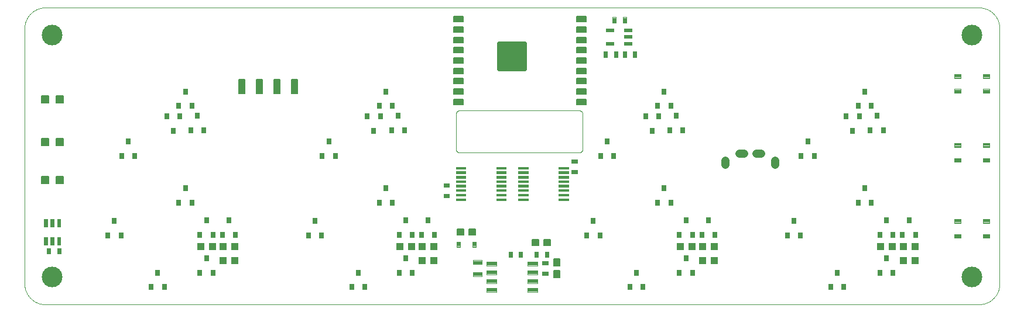
<source format=gtp>
G75*
%MOIN*%
%OFA0B0*%
%FSLAX25Y25*%
%IPPOS*%
%LPD*%
%AMOC8*
5,1,8,0,0,1.08239X$1,22.5*
%
%ADD10C,0.00197*%
%ADD11C,0.11811*%
%ADD12C,0.00210*%
%ADD13C,0.00354*%
%ADD14R,0.04331X0.03937*%
%ADD15R,0.03150X0.03543*%
%ADD16C,0.00531*%
%ADD17C,0.02569*%
%ADD18C,0.00390*%
%ADD19C,0.00325*%
%ADD20C,0.00709*%
%ADD21C,0.00413*%
%ADD22C,0.00591*%
%ADD23C,0.00372*%
%ADD24C,0.00384*%
%ADD25C,0.04724*%
%ADD26R,0.04724X0.02165*%
D10*
X0036217Y0015280D02*
X0567713Y0015280D01*
X0567998Y0015283D01*
X0568284Y0015294D01*
X0568569Y0015311D01*
X0568853Y0015335D01*
X0569137Y0015366D01*
X0569420Y0015404D01*
X0569701Y0015449D01*
X0569982Y0015500D01*
X0570262Y0015558D01*
X0570540Y0015623D01*
X0570816Y0015695D01*
X0571090Y0015773D01*
X0571363Y0015858D01*
X0571633Y0015950D01*
X0571901Y0016048D01*
X0572167Y0016152D01*
X0572430Y0016263D01*
X0572690Y0016380D01*
X0572948Y0016503D01*
X0573202Y0016633D01*
X0573453Y0016769D01*
X0573701Y0016910D01*
X0573945Y0017058D01*
X0574186Y0017211D01*
X0574422Y0017371D01*
X0574655Y0017536D01*
X0574884Y0017706D01*
X0575109Y0017882D01*
X0575329Y0018064D01*
X0575545Y0018250D01*
X0575756Y0018442D01*
X0575963Y0018639D01*
X0576165Y0018841D01*
X0576362Y0019048D01*
X0576554Y0019259D01*
X0576740Y0019475D01*
X0576922Y0019695D01*
X0577098Y0019920D01*
X0577268Y0020149D01*
X0577433Y0020382D01*
X0577593Y0020618D01*
X0577746Y0020859D01*
X0577894Y0021103D01*
X0578035Y0021351D01*
X0578171Y0021602D01*
X0578301Y0021856D01*
X0578424Y0022114D01*
X0578541Y0022374D01*
X0578652Y0022637D01*
X0578756Y0022903D01*
X0578854Y0023171D01*
X0578946Y0023441D01*
X0579031Y0023714D01*
X0579109Y0023988D01*
X0579181Y0024264D01*
X0579246Y0024542D01*
X0579304Y0024822D01*
X0579355Y0025103D01*
X0579400Y0025384D01*
X0579438Y0025667D01*
X0579469Y0025951D01*
X0579493Y0026235D01*
X0579510Y0026520D01*
X0579521Y0026806D01*
X0579524Y0027091D01*
X0579524Y0172760D01*
X0579521Y0173045D01*
X0579510Y0173331D01*
X0579493Y0173616D01*
X0579469Y0173900D01*
X0579438Y0174184D01*
X0579400Y0174467D01*
X0579355Y0174748D01*
X0579304Y0175029D01*
X0579246Y0175309D01*
X0579181Y0175587D01*
X0579109Y0175863D01*
X0579031Y0176137D01*
X0578946Y0176410D01*
X0578854Y0176680D01*
X0578756Y0176948D01*
X0578652Y0177214D01*
X0578541Y0177477D01*
X0578424Y0177737D01*
X0578301Y0177995D01*
X0578171Y0178249D01*
X0578035Y0178500D01*
X0577894Y0178748D01*
X0577746Y0178992D01*
X0577593Y0179233D01*
X0577433Y0179469D01*
X0577268Y0179702D01*
X0577098Y0179931D01*
X0576922Y0180156D01*
X0576740Y0180376D01*
X0576554Y0180592D01*
X0576362Y0180803D01*
X0576165Y0181010D01*
X0575963Y0181212D01*
X0575756Y0181409D01*
X0575545Y0181601D01*
X0575329Y0181787D01*
X0575109Y0181969D01*
X0574884Y0182145D01*
X0574655Y0182315D01*
X0574422Y0182480D01*
X0574186Y0182640D01*
X0573945Y0182793D01*
X0573701Y0182941D01*
X0573453Y0183082D01*
X0573202Y0183218D01*
X0572948Y0183348D01*
X0572690Y0183471D01*
X0572430Y0183588D01*
X0572167Y0183699D01*
X0571901Y0183803D01*
X0571633Y0183901D01*
X0571363Y0183993D01*
X0571090Y0184078D01*
X0570816Y0184156D01*
X0570540Y0184228D01*
X0570262Y0184293D01*
X0569982Y0184351D01*
X0569701Y0184402D01*
X0569420Y0184447D01*
X0569137Y0184485D01*
X0568853Y0184516D01*
X0568569Y0184540D01*
X0568284Y0184557D01*
X0567998Y0184568D01*
X0567713Y0184571D01*
X0036217Y0184571D01*
X0035932Y0184568D01*
X0035646Y0184557D01*
X0035361Y0184540D01*
X0035077Y0184516D01*
X0034793Y0184485D01*
X0034510Y0184447D01*
X0034229Y0184402D01*
X0033948Y0184351D01*
X0033668Y0184293D01*
X0033390Y0184228D01*
X0033114Y0184156D01*
X0032840Y0184078D01*
X0032567Y0183993D01*
X0032297Y0183901D01*
X0032029Y0183803D01*
X0031763Y0183699D01*
X0031500Y0183588D01*
X0031240Y0183471D01*
X0030982Y0183348D01*
X0030728Y0183218D01*
X0030477Y0183082D01*
X0030229Y0182941D01*
X0029985Y0182793D01*
X0029744Y0182640D01*
X0029508Y0182480D01*
X0029275Y0182315D01*
X0029046Y0182145D01*
X0028821Y0181969D01*
X0028601Y0181787D01*
X0028385Y0181601D01*
X0028174Y0181409D01*
X0027967Y0181212D01*
X0027765Y0181010D01*
X0027568Y0180803D01*
X0027376Y0180592D01*
X0027190Y0180376D01*
X0027008Y0180156D01*
X0026832Y0179931D01*
X0026662Y0179702D01*
X0026497Y0179469D01*
X0026337Y0179233D01*
X0026184Y0178992D01*
X0026036Y0178748D01*
X0025895Y0178500D01*
X0025759Y0178249D01*
X0025629Y0177995D01*
X0025506Y0177737D01*
X0025389Y0177477D01*
X0025278Y0177214D01*
X0025174Y0176948D01*
X0025076Y0176680D01*
X0024984Y0176410D01*
X0024899Y0176137D01*
X0024821Y0175863D01*
X0024749Y0175587D01*
X0024684Y0175309D01*
X0024626Y0175029D01*
X0024575Y0174748D01*
X0024530Y0174467D01*
X0024492Y0174184D01*
X0024461Y0173900D01*
X0024437Y0173616D01*
X0024420Y0173331D01*
X0024409Y0173045D01*
X0024406Y0172760D01*
X0024406Y0027091D01*
X0024409Y0026806D01*
X0024420Y0026520D01*
X0024437Y0026235D01*
X0024461Y0025951D01*
X0024492Y0025667D01*
X0024530Y0025384D01*
X0024575Y0025103D01*
X0024626Y0024822D01*
X0024684Y0024542D01*
X0024749Y0024264D01*
X0024821Y0023988D01*
X0024899Y0023714D01*
X0024984Y0023441D01*
X0025076Y0023171D01*
X0025174Y0022903D01*
X0025278Y0022637D01*
X0025389Y0022374D01*
X0025506Y0022114D01*
X0025629Y0021856D01*
X0025759Y0021602D01*
X0025895Y0021351D01*
X0026036Y0021103D01*
X0026184Y0020859D01*
X0026337Y0020618D01*
X0026497Y0020382D01*
X0026662Y0020149D01*
X0026832Y0019920D01*
X0027008Y0019695D01*
X0027190Y0019475D01*
X0027376Y0019259D01*
X0027568Y0019048D01*
X0027765Y0018841D01*
X0027967Y0018639D01*
X0028174Y0018442D01*
X0028385Y0018250D01*
X0028601Y0018064D01*
X0028821Y0017882D01*
X0029046Y0017706D01*
X0029275Y0017536D01*
X0029508Y0017371D01*
X0029744Y0017211D01*
X0029985Y0017058D01*
X0030229Y0016910D01*
X0030477Y0016769D01*
X0030728Y0016633D01*
X0030982Y0016503D01*
X0031240Y0016380D01*
X0031500Y0016263D01*
X0031763Y0016152D01*
X0032029Y0016048D01*
X0032297Y0015950D01*
X0032567Y0015858D01*
X0032840Y0015773D01*
X0033114Y0015695D01*
X0033390Y0015623D01*
X0033668Y0015558D01*
X0033948Y0015500D01*
X0034229Y0015449D01*
X0034510Y0015404D01*
X0034793Y0015366D01*
X0035077Y0015335D01*
X0035361Y0015311D01*
X0035646Y0015294D01*
X0035932Y0015283D01*
X0036217Y0015280D01*
X0272044Y0101894D02*
X0340154Y0101894D01*
X0340154Y0101893D02*
X0340240Y0101895D01*
X0340326Y0101900D01*
X0340411Y0101910D01*
X0340496Y0101923D01*
X0340580Y0101940D01*
X0340664Y0101960D01*
X0340746Y0101984D01*
X0340827Y0102012D01*
X0340908Y0102043D01*
X0340986Y0102077D01*
X0341063Y0102115D01*
X0341139Y0102157D01*
X0341212Y0102201D01*
X0341283Y0102249D01*
X0341353Y0102300D01*
X0341420Y0102354D01*
X0341484Y0102410D01*
X0341546Y0102470D01*
X0341606Y0102532D01*
X0341662Y0102596D01*
X0341716Y0102663D01*
X0341767Y0102733D01*
X0341815Y0102804D01*
X0341859Y0102878D01*
X0341901Y0102953D01*
X0341939Y0103030D01*
X0341973Y0103108D01*
X0342004Y0103189D01*
X0342032Y0103270D01*
X0342056Y0103352D01*
X0342076Y0103436D01*
X0342093Y0103520D01*
X0342106Y0103605D01*
X0342116Y0103690D01*
X0342121Y0103776D01*
X0342123Y0103862D01*
X0342123Y0123941D01*
X0342121Y0124027D01*
X0342116Y0124113D01*
X0342106Y0124198D01*
X0342093Y0124283D01*
X0342076Y0124367D01*
X0342056Y0124451D01*
X0342032Y0124533D01*
X0342004Y0124614D01*
X0341973Y0124695D01*
X0341939Y0124773D01*
X0341901Y0124850D01*
X0341859Y0124926D01*
X0341815Y0124999D01*
X0341767Y0125070D01*
X0341716Y0125140D01*
X0341662Y0125207D01*
X0341606Y0125271D01*
X0341546Y0125333D01*
X0341484Y0125393D01*
X0341420Y0125449D01*
X0341353Y0125503D01*
X0341283Y0125554D01*
X0341212Y0125602D01*
X0341139Y0125646D01*
X0341063Y0125688D01*
X0340986Y0125726D01*
X0340908Y0125760D01*
X0340827Y0125791D01*
X0340746Y0125819D01*
X0340664Y0125843D01*
X0340580Y0125863D01*
X0340496Y0125880D01*
X0340411Y0125893D01*
X0340326Y0125903D01*
X0340240Y0125908D01*
X0340154Y0125910D01*
X0340154Y0125909D02*
X0272044Y0125909D01*
X0272044Y0125910D02*
X0271958Y0125908D01*
X0271872Y0125903D01*
X0271787Y0125893D01*
X0271702Y0125880D01*
X0271618Y0125863D01*
X0271534Y0125843D01*
X0271452Y0125819D01*
X0271371Y0125791D01*
X0271290Y0125760D01*
X0271212Y0125726D01*
X0271135Y0125688D01*
X0271060Y0125646D01*
X0270986Y0125602D01*
X0270915Y0125554D01*
X0270845Y0125503D01*
X0270778Y0125449D01*
X0270714Y0125393D01*
X0270652Y0125333D01*
X0270592Y0125271D01*
X0270536Y0125207D01*
X0270482Y0125140D01*
X0270431Y0125070D01*
X0270383Y0124999D01*
X0270339Y0124926D01*
X0270297Y0124850D01*
X0270259Y0124773D01*
X0270225Y0124695D01*
X0270194Y0124614D01*
X0270166Y0124533D01*
X0270142Y0124451D01*
X0270122Y0124367D01*
X0270105Y0124283D01*
X0270092Y0124198D01*
X0270082Y0124113D01*
X0270077Y0124027D01*
X0270075Y0123941D01*
X0270075Y0103862D01*
X0270077Y0103776D01*
X0270082Y0103690D01*
X0270092Y0103605D01*
X0270105Y0103520D01*
X0270122Y0103436D01*
X0270142Y0103352D01*
X0270166Y0103270D01*
X0270194Y0103189D01*
X0270225Y0103108D01*
X0270259Y0103030D01*
X0270297Y0102953D01*
X0270339Y0102878D01*
X0270383Y0102804D01*
X0270431Y0102733D01*
X0270482Y0102663D01*
X0270536Y0102596D01*
X0270592Y0102532D01*
X0270652Y0102470D01*
X0270714Y0102410D01*
X0270778Y0102354D01*
X0270845Y0102300D01*
X0270915Y0102249D01*
X0270986Y0102201D01*
X0271060Y0102157D01*
X0271135Y0102115D01*
X0271212Y0102077D01*
X0271290Y0102043D01*
X0271371Y0102012D01*
X0271452Y0101984D01*
X0271534Y0101960D01*
X0271618Y0101940D01*
X0271702Y0101923D01*
X0271787Y0101910D01*
X0271872Y0101900D01*
X0271958Y0101895D01*
X0272044Y0101893D01*
D11*
X0040154Y0168823D03*
X0040154Y0031028D03*
X0563776Y0031028D03*
X0563776Y0168823D03*
D12*
X0333977Y0092582D02*
X0328387Y0092582D01*
X0328387Y0093772D01*
X0333977Y0093772D01*
X0333977Y0092582D01*
X0333977Y0092781D02*
X0328387Y0092781D01*
X0328387Y0092980D02*
X0333977Y0092980D01*
X0333977Y0093179D02*
X0328387Y0093179D01*
X0328387Y0093378D02*
X0333977Y0093378D01*
X0333977Y0093577D02*
X0328387Y0093577D01*
X0328387Y0089982D02*
X0333977Y0089982D01*
X0328387Y0089982D02*
X0328387Y0091172D01*
X0333977Y0091172D01*
X0333977Y0089982D01*
X0333977Y0090181D02*
X0328387Y0090181D01*
X0328387Y0090380D02*
X0333977Y0090380D01*
X0333977Y0090579D02*
X0328387Y0090579D01*
X0328387Y0090778D02*
X0333977Y0090778D01*
X0333977Y0090977D02*
X0328387Y0090977D01*
X0328387Y0087382D02*
X0333977Y0087382D01*
X0328387Y0087382D02*
X0328387Y0088572D01*
X0333977Y0088572D01*
X0333977Y0087382D01*
X0333977Y0087581D02*
X0328387Y0087581D01*
X0328387Y0087780D02*
X0333977Y0087780D01*
X0333977Y0087979D02*
X0328387Y0087979D01*
X0328387Y0088178D02*
X0333977Y0088178D01*
X0333977Y0088377D02*
X0328387Y0088377D01*
X0328387Y0084882D02*
X0333977Y0084882D01*
X0328387Y0084882D02*
X0328387Y0086072D01*
X0333977Y0086072D01*
X0333977Y0084882D01*
X0333977Y0085081D02*
X0328387Y0085081D01*
X0328387Y0085280D02*
X0333977Y0085280D01*
X0333977Y0085479D02*
X0328387Y0085479D01*
X0328387Y0085678D02*
X0333977Y0085678D01*
X0333977Y0085877D02*
X0328387Y0085877D01*
X0328387Y0082282D02*
X0333977Y0082282D01*
X0328387Y0082282D02*
X0328387Y0083472D01*
X0333977Y0083472D01*
X0333977Y0082282D01*
X0333977Y0082481D02*
X0328387Y0082481D01*
X0328387Y0082680D02*
X0333977Y0082680D01*
X0333977Y0082879D02*
X0328387Y0082879D01*
X0328387Y0083078D02*
X0333977Y0083078D01*
X0333977Y0083277D02*
X0328387Y0083277D01*
X0328387Y0079782D02*
X0333977Y0079782D01*
X0328387Y0079782D02*
X0328387Y0080972D01*
X0333977Y0080972D01*
X0333977Y0079782D01*
X0333977Y0079981D02*
X0328387Y0079981D01*
X0328387Y0080180D02*
X0333977Y0080180D01*
X0333977Y0080379D02*
X0328387Y0080379D01*
X0328387Y0080578D02*
X0333977Y0080578D01*
X0333977Y0080777D02*
X0328387Y0080777D01*
X0328387Y0077182D02*
X0333977Y0077182D01*
X0328387Y0077182D02*
X0328387Y0078372D01*
X0333977Y0078372D01*
X0333977Y0077182D01*
X0333977Y0077381D02*
X0328387Y0077381D01*
X0328387Y0077580D02*
X0333977Y0077580D01*
X0333977Y0077779D02*
X0328387Y0077779D01*
X0328387Y0077978D02*
X0333977Y0077978D01*
X0333977Y0078177D02*
X0328387Y0078177D01*
X0328387Y0074582D02*
X0333977Y0074582D01*
X0328387Y0074582D02*
X0328387Y0075772D01*
X0333977Y0075772D01*
X0333977Y0074582D01*
X0333977Y0074781D02*
X0328387Y0074781D01*
X0328387Y0074980D02*
X0333977Y0074980D01*
X0333977Y0075179D02*
X0328387Y0075179D01*
X0328387Y0075378D02*
X0333977Y0075378D01*
X0333977Y0075577D02*
X0328387Y0075577D01*
X0310977Y0074582D02*
X0305387Y0074582D01*
X0305387Y0075772D01*
X0310977Y0075772D01*
X0310977Y0074582D01*
X0310977Y0074781D02*
X0305387Y0074781D01*
X0305387Y0074980D02*
X0310977Y0074980D01*
X0310977Y0075179D02*
X0305387Y0075179D01*
X0305387Y0075378D02*
X0310977Y0075378D01*
X0310977Y0075577D02*
X0305387Y0075577D01*
X0305387Y0077182D02*
X0310977Y0077182D01*
X0305387Y0077182D02*
X0305387Y0078372D01*
X0310977Y0078372D01*
X0310977Y0077182D01*
X0310977Y0077381D02*
X0305387Y0077381D01*
X0305387Y0077580D02*
X0310977Y0077580D01*
X0310977Y0077779D02*
X0305387Y0077779D01*
X0305387Y0077978D02*
X0310977Y0077978D01*
X0310977Y0078177D02*
X0305387Y0078177D01*
X0305387Y0079782D02*
X0310977Y0079782D01*
X0305387Y0079782D02*
X0305387Y0080972D01*
X0310977Y0080972D01*
X0310977Y0079782D01*
X0310977Y0079981D02*
X0305387Y0079981D01*
X0305387Y0080180D02*
X0310977Y0080180D01*
X0310977Y0080379D02*
X0305387Y0080379D01*
X0305387Y0080578D02*
X0310977Y0080578D01*
X0310977Y0080777D02*
X0305387Y0080777D01*
X0305387Y0082282D02*
X0310977Y0082282D01*
X0305387Y0082282D02*
X0305387Y0083472D01*
X0310977Y0083472D01*
X0310977Y0082282D01*
X0310977Y0082481D02*
X0305387Y0082481D01*
X0305387Y0082680D02*
X0310977Y0082680D01*
X0310977Y0082879D02*
X0305387Y0082879D01*
X0305387Y0083078D02*
X0310977Y0083078D01*
X0310977Y0083277D02*
X0305387Y0083277D01*
X0305387Y0084882D02*
X0310977Y0084882D01*
X0305387Y0084882D02*
X0305387Y0086072D01*
X0310977Y0086072D01*
X0310977Y0084882D01*
X0310977Y0085081D02*
X0305387Y0085081D01*
X0305387Y0085280D02*
X0310977Y0085280D01*
X0310977Y0085479D02*
X0305387Y0085479D01*
X0305387Y0085678D02*
X0310977Y0085678D01*
X0310977Y0085877D02*
X0305387Y0085877D01*
X0305387Y0087382D02*
X0310977Y0087382D01*
X0305387Y0087382D02*
X0305387Y0088572D01*
X0310977Y0088572D01*
X0310977Y0087382D01*
X0310977Y0087581D02*
X0305387Y0087581D01*
X0305387Y0087780D02*
X0310977Y0087780D01*
X0310977Y0087979D02*
X0305387Y0087979D01*
X0305387Y0088178D02*
X0310977Y0088178D01*
X0310977Y0088377D02*
X0305387Y0088377D01*
X0305387Y0089982D02*
X0310977Y0089982D01*
X0305387Y0089982D02*
X0305387Y0091172D01*
X0310977Y0091172D01*
X0310977Y0089982D01*
X0310977Y0090181D02*
X0305387Y0090181D01*
X0305387Y0090380D02*
X0310977Y0090380D01*
X0310977Y0090579D02*
X0305387Y0090579D01*
X0305387Y0090778D02*
X0310977Y0090778D01*
X0310977Y0090977D02*
X0305387Y0090977D01*
X0305387Y0092582D02*
X0310977Y0092582D01*
X0305387Y0092582D02*
X0305387Y0093772D01*
X0310977Y0093772D01*
X0310977Y0092582D01*
X0310977Y0092781D02*
X0305387Y0092781D01*
X0305387Y0092980D02*
X0310977Y0092980D01*
X0310977Y0093179D02*
X0305387Y0093179D01*
X0305387Y0093378D02*
X0310977Y0093378D01*
X0310977Y0093577D02*
X0305387Y0093577D01*
X0298544Y0093772D02*
X0292954Y0093772D01*
X0298544Y0093772D02*
X0298544Y0092582D01*
X0292954Y0092582D01*
X0292954Y0093772D01*
X0292954Y0092781D02*
X0298544Y0092781D01*
X0298544Y0092980D02*
X0292954Y0092980D01*
X0292954Y0093179D02*
X0298544Y0093179D01*
X0298544Y0093378D02*
X0292954Y0093378D01*
X0292954Y0093577D02*
X0298544Y0093577D01*
X0298544Y0091172D02*
X0292954Y0091172D01*
X0298544Y0091172D02*
X0298544Y0089982D01*
X0292954Y0089982D01*
X0292954Y0091172D01*
X0292954Y0090181D02*
X0298544Y0090181D01*
X0298544Y0090380D02*
X0292954Y0090380D01*
X0292954Y0090579D02*
X0298544Y0090579D01*
X0298544Y0090778D02*
X0292954Y0090778D01*
X0292954Y0090977D02*
X0298544Y0090977D01*
X0298544Y0088572D02*
X0292954Y0088572D01*
X0298544Y0088572D02*
X0298544Y0087382D01*
X0292954Y0087382D01*
X0292954Y0088572D01*
X0292954Y0087581D02*
X0298544Y0087581D01*
X0298544Y0087780D02*
X0292954Y0087780D01*
X0292954Y0087979D02*
X0298544Y0087979D01*
X0298544Y0088178D02*
X0292954Y0088178D01*
X0292954Y0088377D02*
X0298544Y0088377D01*
X0298544Y0086072D02*
X0292954Y0086072D01*
X0298544Y0086072D02*
X0298544Y0084882D01*
X0292954Y0084882D01*
X0292954Y0086072D01*
X0292954Y0085081D02*
X0298544Y0085081D01*
X0298544Y0085280D02*
X0292954Y0085280D01*
X0292954Y0085479D02*
X0298544Y0085479D01*
X0298544Y0085678D02*
X0292954Y0085678D01*
X0292954Y0085877D02*
X0298544Y0085877D01*
X0298544Y0083472D02*
X0292954Y0083472D01*
X0298544Y0083472D02*
X0298544Y0082282D01*
X0292954Y0082282D01*
X0292954Y0083472D01*
X0292954Y0082481D02*
X0298544Y0082481D01*
X0298544Y0082680D02*
X0292954Y0082680D01*
X0292954Y0082879D02*
X0298544Y0082879D01*
X0298544Y0083078D02*
X0292954Y0083078D01*
X0292954Y0083277D02*
X0298544Y0083277D01*
X0298544Y0080972D02*
X0292954Y0080972D01*
X0298544Y0080972D02*
X0298544Y0079782D01*
X0292954Y0079782D01*
X0292954Y0080972D01*
X0292954Y0079981D02*
X0298544Y0079981D01*
X0298544Y0080180D02*
X0292954Y0080180D01*
X0292954Y0080379D02*
X0298544Y0080379D01*
X0298544Y0080578D02*
X0292954Y0080578D01*
X0292954Y0080777D02*
X0298544Y0080777D01*
X0298544Y0078372D02*
X0292954Y0078372D01*
X0298544Y0078372D02*
X0298544Y0077182D01*
X0292954Y0077182D01*
X0292954Y0078372D01*
X0292954Y0077381D02*
X0298544Y0077381D01*
X0298544Y0077580D02*
X0292954Y0077580D01*
X0292954Y0077779D02*
X0298544Y0077779D01*
X0298544Y0077978D02*
X0292954Y0077978D01*
X0292954Y0078177D02*
X0298544Y0078177D01*
X0298544Y0075772D02*
X0292954Y0075772D01*
X0298544Y0075772D02*
X0298544Y0074582D01*
X0292954Y0074582D01*
X0292954Y0075772D01*
X0292954Y0074781D02*
X0298544Y0074781D01*
X0298544Y0074980D02*
X0292954Y0074980D01*
X0292954Y0075179D02*
X0298544Y0075179D01*
X0298544Y0075378D02*
X0292954Y0075378D01*
X0292954Y0075577D02*
X0298544Y0075577D01*
X0275544Y0075772D02*
X0269954Y0075772D01*
X0275544Y0075772D02*
X0275544Y0074582D01*
X0269954Y0074582D01*
X0269954Y0075772D01*
X0269954Y0074781D02*
X0275544Y0074781D01*
X0275544Y0074980D02*
X0269954Y0074980D01*
X0269954Y0075179D02*
X0275544Y0075179D01*
X0275544Y0075378D02*
X0269954Y0075378D01*
X0269954Y0075577D02*
X0275544Y0075577D01*
X0275544Y0078372D02*
X0269954Y0078372D01*
X0275544Y0078372D02*
X0275544Y0077182D01*
X0269954Y0077182D01*
X0269954Y0078372D01*
X0269954Y0077381D02*
X0275544Y0077381D01*
X0275544Y0077580D02*
X0269954Y0077580D01*
X0269954Y0077779D02*
X0275544Y0077779D01*
X0275544Y0077978D02*
X0269954Y0077978D01*
X0269954Y0078177D02*
X0275544Y0078177D01*
X0275544Y0080972D02*
X0269954Y0080972D01*
X0275544Y0080972D02*
X0275544Y0079782D01*
X0269954Y0079782D01*
X0269954Y0080972D01*
X0269954Y0079981D02*
X0275544Y0079981D01*
X0275544Y0080180D02*
X0269954Y0080180D01*
X0269954Y0080379D02*
X0275544Y0080379D01*
X0275544Y0080578D02*
X0269954Y0080578D01*
X0269954Y0080777D02*
X0275544Y0080777D01*
X0275544Y0083472D02*
X0269954Y0083472D01*
X0275544Y0083472D02*
X0275544Y0082282D01*
X0269954Y0082282D01*
X0269954Y0083472D01*
X0269954Y0082481D02*
X0275544Y0082481D01*
X0275544Y0082680D02*
X0269954Y0082680D01*
X0269954Y0082879D02*
X0275544Y0082879D01*
X0275544Y0083078D02*
X0269954Y0083078D01*
X0269954Y0083277D02*
X0275544Y0083277D01*
X0275544Y0086072D02*
X0269954Y0086072D01*
X0275544Y0086072D02*
X0275544Y0084882D01*
X0269954Y0084882D01*
X0269954Y0086072D01*
X0269954Y0085081D02*
X0275544Y0085081D01*
X0275544Y0085280D02*
X0269954Y0085280D01*
X0269954Y0085479D02*
X0275544Y0085479D01*
X0275544Y0085678D02*
X0269954Y0085678D01*
X0269954Y0085877D02*
X0275544Y0085877D01*
X0275544Y0088572D02*
X0269954Y0088572D01*
X0275544Y0088572D02*
X0275544Y0087382D01*
X0269954Y0087382D01*
X0269954Y0088572D01*
X0269954Y0087581D02*
X0275544Y0087581D01*
X0275544Y0087780D02*
X0269954Y0087780D01*
X0269954Y0087979D02*
X0275544Y0087979D01*
X0275544Y0088178D02*
X0269954Y0088178D01*
X0269954Y0088377D02*
X0275544Y0088377D01*
X0275544Y0091172D02*
X0269954Y0091172D01*
X0275544Y0091172D02*
X0275544Y0089982D01*
X0269954Y0089982D01*
X0269954Y0091172D01*
X0269954Y0090181D02*
X0275544Y0090181D01*
X0275544Y0090380D02*
X0269954Y0090380D01*
X0269954Y0090579D02*
X0275544Y0090579D01*
X0275544Y0090778D02*
X0269954Y0090778D01*
X0269954Y0090977D02*
X0275544Y0090977D01*
X0275544Y0093772D02*
X0269954Y0093772D01*
X0275544Y0093772D02*
X0275544Y0092582D01*
X0269954Y0092582D01*
X0269954Y0093772D01*
X0269954Y0092781D02*
X0275544Y0092781D01*
X0275544Y0092980D02*
X0269954Y0092980D01*
X0269954Y0093179D02*
X0275544Y0093179D01*
X0275544Y0093378D02*
X0269954Y0093378D01*
X0269954Y0093577D02*
X0275544Y0093577D01*
D13*
X0266158Y0084197D02*
X0266158Y0082189D01*
X0262970Y0082189D01*
X0262970Y0084197D01*
X0266158Y0084197D01*
X0266158Y0082525D02*
X0262970Y0082525D01*
X0262970Y0082861D02*
X0266158Y0082861D01*
X0266158Y0083197D02*
X0262970Y0083197D01*
X0262970Y0083533D02*
X0266158Y0083533D01*
X0266158Y0083869D02*
X0262970Y0083869D01*
X0266158Y0078291D02*
X0266158Y0076283D01*
X0262970Y0076283D01*
X0262970Y0078291D01*
X0266158Y0078291D01*
X0266158Y0076619D02*
X0262970Y0076619D01*
X0262970Y0076955D02*
X0266158Y0076955D01*
X0266158Y0077291D02*
X0262970Y0077291D01*
X0262970Y0077627D02*
X0266158Y0077627D01*
X0266158Y0077963D02*
X0262970Y0077963D01*
X0335804Y0090063D02*
X0335804Y0092071D01*
X0338992Y0092071D01*
X0338992Y0090063D01*
X0335804Y0090063D01*
X0335804Y0090399D02*
X0338992Y0090399D01*
X0338992Y0090735D02*
X0335804Y0090735D01*
X0335804Y0091071D02*
X0338992Y0091071D01*
X0338992Y0091407D02*
X0335804Y0091407D01*
X0335804Y0091743D02*
X0338992Y0091743D01*
X0335804Y0095968D02*
X0335804Y0097976D01*
X0338992Y0097976D01*
X0338992Y0095968D01*
X0335804Y0095968D01*
X0335804Y0096304D02*
X0338992Y0096304D01*
X0338992Y0096640D02*
X0335804Y0096640D01*
X0335804Y0096976D02*
X0338992Y0096976D01*
X0338992Y0097312D02*
X0335804Y0097312D01*
X0335804Y0097648D02*
X0338992Y0097648D01*
X0322654Y0042229D02*
X0320646Y0042229D01*
X0320646Y0045417D01*
X0322654Y0045417D01*
X0322654Y0042229D01*
X0322654Y0042565D02*
X0320646Y0042565D01*
X0320646Y0042901D02*
X0322654Y0042901D01*
X0322654Y0043237D02*
X0320646Y0043237D01*
X0320646Y0043573D02*
X0322654Y0043573D01*
X0322654Y0043909D02*
X0320646Y0043909D01*
X0320646Y0044245D02*
X0322654Y0044245D01*
X0322654Y0044581D02*
X0320646Y0044581D01*
X0320646Y0044917D02*
X0322654Y0044917D01*
X0322654Y0045253D02*
X0320646Y0045253D01*
X0316749Y0042229D02*
X0314741Y0042229D01*
X0314741Y0045417D01*
X0316749Y0045417D01*
X0316749Y0042229D01*
X0316749Y0042565D02*
X0314741Y0042565D01*
X0314741Y0042901D02*
X0316749Y0042901D01*
X0316749Y0043237D02*
X0314741Y0043237D01*
X0314741Y0043573D02*
X0316749Y0043573D01*
X0316749Y0043909D02*
X0314741Y0043909D01*
X0314741Y0044245D02*
X0316749Y0044245D01*
X0316749Y0044581D02*
X0314741Y0044581D01*
X0314741Y0044917D02*
X0316749Y0044917D01*
X0316749Y0045253D02*
X0314741Y0045253D01*
X0307890Y0042229D02*
X0305882Y0042229D01*
X0305882Y0045417D01*
X0307890Y0045417D01*
X0307890Y0042229D01*
X0307890Y0042565D02*
X0305882Y0042565D01*
X0305882Y0042901D02*
X0307890Y0042901D01*
X0307890Y0043237D02*
X0305882Y0043237D01*
X0305882Y0043573D02*
X0307890Y0043573D01*
X0307890Y0043909D02*
X0305882Y0043909D01*
X0305882Y0044245D02*
X0307890Y0044245D01*
X0307890Y0044581D02*
X0305882Y0044581D01*
X0305882Y0044917D02*
X0307890Y0044917D01*
X0307890Y0045253D02*
X0305882Y0045253D01*
X0301985Y0042229D02*
X0299977Y0042229D01*
X0299977Y0045417D01*
X0301985Y0045417D01*
X0301985Y0042229D01*
X0301985Y0042565D02*
X0299977Y0042565D01*
X0299977Y0042901D02*
X0301985Y0042901D01*
X0301985Y0043237D02*
X0299977Y0043237D01*
X0299977Y0043573D02*
X0301985Y0043573D01*
X0301985Y0043909D02*
X0299977Y0043909D01*
X0299977Y0044245D02*
X0301985Y0044245D01*
X0301985Y0044581D02*
X0299977Y0044581D01*
X0299977Y0044917D02*
X0301985Y0044917D01*
X0301985Y0045253D02*
X0299977Y0045253D01*
X0319072Y0039906D02*
X0319072Y0037898D01*
X0319072Y0039906D02*
X0322260Y0039906D01*
X0322260Y0037898D01*
X0319072Y0037898D01*
X0319072Y0038234D02*
X0322260Y0038234D01*
X0322260Y0038570D02*
X0319072Y0038570D01*
X0319072Y0038906D02*
X0322260Y0038906D01*
X0322260Y0039242D02*
X0319072Y0039242D01*
X0319072Y0039578D02*
X0322260Y0039578D01*
X0319072Y0034000D02*
X0319072Y0031992D01*
X0319072Y0034000D02*
X0322260Y0034000D01*
X0322260Y0031992D01*
X0319072Y0031992D01*
X0319072Y0032328D02*
X0322260Y0032328D01*
X0322260Y0032664D02*
X0319072Y0032664D01*
X0319072Y0033000D02*
X0322260Y0033000D01*
X0322260Y0033336D02*
X0319072Y0033336D01*
X0319072Y0033672D02*
X0322260Y0033672D01*
X0045095Y0047385D02*
X0043087Y0047385D01*
X0045095Y0047385D02*
X0045095Y0044197D01*
X0043087Y0044197D01*
X0043087Y0047385D01*
X0043087Y0044533D02*
X0045095Y0044533D01*
X0045095Y0044869D02*
X0043087Y0044869D01*
X0043087Y0045205D02*
X0045095Y0045205D01*
X0045095Y0045541D02*
X0043087Y0045541D01*
X0043087Y0045877D02*
X0045095Y0045877D01*
X0045095Y0046213D02*
X0043087Y0046213D01*
X0043087Y0046549D02*
X0045095Y0046549D01*
X0045095Y0046885D02*
X0043087Y0046885D01*
X0043087Y0047221D02*
X0045095Y0047221D01*
X0039190Y0047385D02*
X0037182Y0047385D01*
X0039190Y0047385D02*
X0039190Y0044197D01*
X0037182Y0044197D01*
X0037182Y0047385D01*
X0037182Y0044533D02*
X0039190Y0044533D01*
X0039190Y0044869D02*
X0037182Y0044869D01*
X0037182Y0045205D02*
X0039190Y0045205D01*
X0039190Y0045541D02*
X0037182Y0045541D01*
X0037182Y0045877D02*
X0039190Y0045877D01*
X0039190Y0046213D02*
X0037182Y0046213D01*
X0037182Y0046549D02*
X0039190Y0046549D01*
X0039190Y0046885D02*
X0037182Y0046885D01*
X0037182Y0047221D02*
X0039190Y0047221D01*
X0354111Y0159590D02*
X0356119Y0159590D01*
X0356119Y0156402D01*
X0354111Y0156402D01*
X0354111Y0159590D01*
X0354111Y0156738D02*
X0356119Y0156738D01*
X0356119Y0157074D02*
X0354111Y0157074D01*
X0354111Y0157410D02*
X0356119Y0157410D01*
X0356119Y0157746D02*
X0354111Y0157746D01*
X0354111Y0158082D02*
X0356119Y0158082D01*
X0356119Y0158418D02*
X0354111Y0158418D01*
X0354111Y0158754D02*
X0356119Y0158754D01*
X0356119Y0159090D02*
X0354111Y0159090D01*
X0354111Y0159426D02*
X0356119Y0159426D01*
X0360016Y0159590D02*
X0362024Y0159590D01*
X0362024Y0156402D01*
X0360016Y0156402D01*
X0360016Y0159590D01*
X0360016Y0156738D02*
X0362024Y0156738D01*
X0362024Y0157074D02*
X0360016Y0157074D01*
X0360016Y0157410D02*
X0362024Y0157410D01*
X0362024Y0157746D02*
X0360016Y0157746D01*
X0360016Y0158082D02*
X0362024Y0158082D01*
X0362024Y0158418D02*
X0360016Y0158418D01*
X0360016Y0158754D02*
X0362024Y0158754D01*
X0362024Y0159090D02*
X0360016Y0159090D01*
X0360016Y0159426D02*
X0362024Y0159426D01*
X0364938Y0156402D02*
X0366946Y0156402D01*
X0364938Y0156402D02*
X0364938Y0159590D01*
X0366946Y0159590D01*
X0366946Y0156402D01*
X0366946Y0156738D02*
X0364938Y0156738D01*
X0364938Y0157074D02*
X0366946Y0157074D01*
X0366946Y0157410D02*
X0364938Y0157410D01*
X0364938Y0157746D02*
X0366946Y0157746D01*
X0366946Y0158082D02*
X0364938Y0158082D01*
X0364938Y0158418D02*
X0366946Y0158418D01*
X0366946Y0158754D02*
X0364938Y0158754D01*
X0364938Y0159090D02*
X0366946Y0159090D01*
X0366946Y0159426D02*
X0364938Y0159426D01*
X0370843Y0156402D02*
X0372851Y0156402D01*
X0370843Y0156402D02*
X0370843Y0159590D01*
X0372851Y0159590D01*
X0372851Y0156402D01*
X0372851Y0156738D02*
X0370843Y0156738D01*
X0370843Y0157074D02*
X0372851Y0157074D01*
X0372851Y0157410D02*
X0370843Y0157410D01*
X0370843Y0157746D02*
X0372851Y0157746D01*
X0372851Y0158082D02*
X0370843Y0158082D01*
X0370843Y0158418D02*
X0372851Y0158418D01*
X0372851Y0158754D02*
X0370843Y0158754D01*
X0370843Y0159090D02*
X0372851Y0159090D01*
X0372851Y0159426D02*
X0370843Y0159426D01*
X0366946Y0176087D02*
X0364938Y0176087D01*
X0364938Y0179275D01*
X0366946Y0179275D01*
X0366946Y0176087D01*
X0366946Y0176423D02*
X0364938Y0176423D01*
X0364938Y0176759D02*
X0366946Y0176759D01*
X0366946Y0177095D02*
X0364938Y0177095D01*
X0364938Y0177431D02*
X0366946Y0177431D01*
X0366946Y0177767D02*
X0364938Y0177767D01*
X0364938Y0178103D02*
X0366946Y0178103D01*
X0366946Y0178439D02*
X0364938Y0178439D01*
X0364938Y0178775D02*
X0366946Y0178775D01*
X0366946Y0179111D02*
X0364938Y0179111D01*
X0361040Y0176087D02*
X0359032Y0176087D01*
X0359032Y0179275D01*
X0361040Y0179275D01*
X0361040Y0176087D01*
X0361040Y0176423D02*
X0359032Y0176423D01*
X0359032Y0176759D02*
X0361040Y0176759D01*
X0361040Y0177095D02*
X0359032Y0177095D01*
X0359032Y0177431D02*
X0361040Y0177431D01*
X0361040Y0177767D02*
X0359032Y0177767D01*
X0359032Y0178103D02*
X0361040Y0178103D01*
X0361040Y0178439D02*
X0359032Y0178439D01*
X0359032Y0178775D02*
X0361040Y0178775D01*
X0361040Y0179111D02*
X0359032Y0179111D01*
D14*
X0397635Y0048154D03*
X0404327Y0048154D03*
X0410430Y0048154D03*
X0417123Y0048154D03*
X0417123Y0040280D03*
X0410430Y0040280D03*
X0511808Y0048154D03*
X0518501Y0048154D03*
X0524603Y0048154D03*
X0531296Y0048154D03*
X0531296Y0040280D03*
X0524603Y0040280D03*
X0257477Y0040280D03*
X0250784Y0040280D03*
X0250784Y0048154D03*
X0244682Y0048154D03*
X0237989Y0048154D03*
X0257477Y0048154D03*
X0144091Y0048154D03*
X0137398Y0048154D03*
X0131296Y0048154D03*
X0124603Y0048154D03*
X0137398Y0040280D03*
X0144091Y0040280D03*
D15*
X0127949Y0041657D03*
X0124209Y0033390D03*
X0131690Y0033390D03*
X0103934Y0025122D03*
X0096453Y0025122D03*
X0100194Y0033390D03*
X0079327Y0054650D03*
X0071847Y0054650D03*
X0075587Y0062917D03*
X0112201Y0073350D03*
X0119682Y0073350D03*
X0115942Y0081618D03*
X0087201Y0099925D03*
X0079721Y0099925D03*
X0083461Y0108193D03*
X0109052Y0114295D03*
X0119091Y0114689D03*
X0126572Y0114689D03*
X0122831Y0122957D03*
X0112792Y0122563D03*
X0105312Y0122563D03*
X0112201Y0128469D03*
X0119682Y0128469D03*
X0115942Y0136736D03*
X0197635Y0108193D03*
X0201375Y0099925D03*
X0193894Y0099925D03*
X0223225Y0114295D03*
X0233264Y0114689D03*
X0240745Y0114689D03*
X0237005Y0122957D03*
X0226965Y0122563D03*
X0219485Y0122563D03*
X0226375Y0128469D03*
X0233855Y0128469D03*
X0230115Y0136736D03*
X0352359Y0099925D03*
X0359839Y0099925D03*
X0356099Y0108193D03*
X0381690Y0114295D03*
X0391729Y0114689D03*
X0399209Y0114689D03*
X0395469Y0122957D03*
X0385430Y0122563D03*
X0377949Y0122563D03*
X0384839Y0128469D03*
X0392320Y0128469D03*
X0388579Y0136736D03*
X0470272Y0108193D03*
X0466532Y0099925D03*
X0474012Y0099925D03*
X0495863Y0114295D03*
X0505902Y0114689D03*
X0513383Y0114689D03*
X0509642Y0122957D03*
X0499603Y0122563D03*
X0492123Y0122563D03*
X0499012Y0128469D03*
X0506493Y0128469D03*
X0502753Y0136736D03*
X0502753Y0081618D03*
X0506493Y0073350D03*
X0499012Y0073350D03*
X0515154Y0063311D03*
X0527949Y0063311D03*
X0524209Y0055043D03*
X0518894Y0055043D03*
X0511414Y0055043D03*
X0531690Y0055043D03*
X0515154Y0041657D03*
X0511414Y0033390D03*
X0518894Y0033390D03*
X0490745Y0025122D03*
X0483264Y0025122D03*
X0487005Y0033390D03*
X0466138Y0054650D03*
X0458658Y0054650D03*
X0462398Y0062917D03*
X0417516Y0055043D03*
X0410036Y0055043D03*
X0404721Y0055043D03*
X0397241Y0055043D03*
X0400981Y0063311D03*
X0413776Y0063311D03*
X0392320Y0073350D03*
X0384839Y0073350D03*
X0388579Y0081618D03*
X0348225Y0062917D03*
X0344485Y0054650D03*
X0351965Y0054650D03*
X0400981Y0041657D03*
X0404721Y0033390D03*
X0397241Y0033390D03*
X0376572Y0025122D03*
X0369091Y0025122D03*
X0372831Y0033390D03*
X0257871Y0055043D03*
X0250390Y0055043D03*
X0245075Y0055043D03*
X0237595Y0055043D03*
X0241335Y0063311D03*
X0254131Y0063311D03*
X0233855Y0073350D03*
X0226375Y0073350D03*
X0230115Y0081618D03*
X0189760Y0062917D03*
X0186020Y0054650D03*
X0193501Y0054650D03*
X0144485Y0055043D03*
X0137005Y0055043D03*
X0131690Y0055043D03*
X0124209Y0055043D03*
X0127949Y0063311D03*
X0140745Y0063311D03*
X0214367Y0033390D03*
X0218107Y0025122D03*
X0210627Y0025122D03*
X0237595Y0033390D03*
X0245075Y0033390D03*
X0241335Y0041657D03*
D16*
X0268628Y0132337D02*
X0273944Y0132337D01*
X0273944Y0129325D01*
X0268628Y0129325D01*
X0268628Y0132337D01*
X0268628Y0129829D02*
X0273944Y0129829D01*
X0273944Y0130333D02*
X0268628Y0130333D01*
X0268628Y0130837D02*
X0273944Y0130837D01*
X0273944Y0131341D02*
X0268628Y0131341D01*
X0268628Y0131845D02*
X0273944Y0131845D01*
X0273944Y0138242D02*
X0268628Y0138242D01*
X0273944Y0138242D02*
X0273944Y0135230D01*
X0268628Y0135230D01*
X0268628Y0138242D01*
X0268628Y0135734D02*
X0273944Y0135734D01*
X0273944Y0136238D02*
X0268628Y0136238D01*
X0268628Y0136742D02*
X0273944Y0136742D01*
X0273944Y0137246D02*
X0268628Y0137246D01*
X0268628Y0137750D02*
X0273944Y0137750D01*
X0273944Y0144148D02*
X0268628Y0144148D01*
X0273944Y0144148D02*
X0273944Y0141136D01*
X0268628Y0141136D01*
X0268628Y0144148D01*
X0268628Y0141640D02*
X0273944Y0141640D01*
X0273944Y0142144D02*
X0268628Y0142144D01*
X0268628Y0142648D02*
X0273944Y0142648D01*
X0273944Y0143152D02*
X0268628Y0143152D01*
X0268628Y0143656D02*
X0273944Y0143656D01*
X0273944Y0150053D02*
X0268628Y0150053D01*
X0273944Y0150053D02*
X0273944Y0147041D01*
X0268628Y0147041D01*
X0268628Y0150053D01*
X0268628Y0147545D02*
X0273944Y0147545D01*
X0273944Y0148049D02*
X0268628Y0148049D01*
X0268628Y0148553D02*
X0273944Y0148553D01*
X0273944Y0149057D02*
X0268628Y0149057D01*
X0268628Y0149561D02*
X0273944Y0149561D01*
X0273944Y0155959D02*
X0268628Y0155959D01*
X0273944Y0155959D02*
X0273944Y0152947D01*
X0268628Y0152947D01*
X0268628Y0155959D01*
X0268628Y0153451D02*
X0273944Y0153451D01*
X0273944Y0153955D02*
X0268628Y0153955D01*
X0268628Y0154459D02*
X0273944Y0154459D01*
X0273944Y0154963D02*
X0268628Y0154963D01*
X0268628Y0155467D02*
X0273944Y0155467D01*
X0273944Y0161864D02*
X0268628Y0161864D01*
X0273944Y0161864D02*
X0273944Y0158852D01*
X0268628Y0158852D01*
X0268628Y0161864D01*
X0268628Y0159356D02*
X0273944Y0159356D01*
X0273944Y0159860D02*
X0268628Y0159860D01*
X0268628Y0160364D02*
X0273944Y0160364D01*
X0273944Y0160868D02*
X0268628Y0160868D01*
X0268628Y0161372D02*
X0273944Y0161372D01*
X0273944Y0167770D02*
X0268628Y0167770D01*
X0273944Y0167770D02*
X0273944Y0164758D01*
X0268628Y0164758D01*
X0268628Y0167770D01*
X0268628Y0165262D02*
X0273944Y0165262D01*
X0273944Y0165766D02*
X0268628Y0165766D01*
X0268628Y0166270D02*
X0273944Y0166270D01*
X0273944Y0166774D02*
X0268628Y0166774D01*
X0268628Y0167278D02*
X0273944Y0167278D01*
X0273944Y0173675D02*
X0268628Y0173675D01*
X0273944Y0173675D02*
X0273944Y0170663D01*
X0268628Y0170663D01*
X0268628Y0173675D01*
X0268628Y0171167D02*
X0273944Y0171167D01*
X0273944Y0171671D02*
X0268628Y0171671D01*
X0268628Y0172175D02*
X0273944Y0172175D01*
X0273944Y0172679D02*
X0268628Y0172679D01*
X0268628Y0173183D02*
X0273944Y0173183D01*
X0273944Y0179581D02*
X0268628Y0179581D01*
X0273944Y0179581D02*
X0273944Y0176569D01*
X0268628Y0176569D01*
X0268628Y0179581D01*
X0268628Y0177073D02*
X0273944Y0177073D01*
X0273944Y0177577D02*
X0268628Y0177577D01*
X0268628Y0178081D02*
X0273944Y0178081D01*
X0273944Y0178585D02*
X0268628Y0178585D01*
X0268628Y0179089D02*
X0273944Y0179089D01*
X0338648Y0179581D02*
X0343964Y0179581D01*
X0343964Y0176569D01*
X0338648Y0176569D01*
X0338648Y0179581D01*
X0338648Y0177073D02*
X0343964Y0177073D01*
X0343964Y0177577D02*
X0338648Y0177577D01*
X0338648Y0178081D02*
X0343964Y0178081D01*
X0343964Y0178585D02*
X0338648Y0178585D01*
X0338648Y0179089D02*
X0343964Y0179089D01*
X0343964Y0173675D02*
X0338648Y0173675D01*
X0343964Y0173675D02*
X0343964Y0170663D01*
X0338648Y0170663D01*
X0338648Y0173675D01*
X0338648Y0171167D02*
X0343964Y0171167D01*
X0343964Y0171671D02*
X0338648Y0171671D01*
X0338648Y0172175D02*
X0343964Y0172175D01*
X0343964Y0172679D02*
X0338648Y0172679D01*
X0338648Y0173183D02*
X0343964Y0173183D01*
X0343964Y0167770D02*
X0338648Y0167770D01*
X0343964Y0167770D02*
X0343964Y0164758D01*
X0338648Y0164758D01*
X0338648Y0167770D01*
X0338648Y0165262D02*
X0343964Y0165262D01*
X0343964Y0165766D02*
X0338648Y0165766D01*
X0338648Y0166270D02*
X0343964Y0166270D01*
X0343964Y0166774D02*
X0338648Y0166774D01*
X0338648Y0167278D02*
X0343964Y0167278D01*
X0343964Y0161864D02*
X0338648Y0161864D01*
X0343964Y0161864D02*
X0343964Y0158852D01*
X0338648Y0158852D01*
X0338648Y0161864D01*
X0338648Y0159356D02*
X0343964Y0159356D01*
X0343964Y0159860D02*
X0338648Y0159860D01*
X0338648Y0160364D02*
X0343964Y0160364D01*
X0343964Y0160868D02*
X0338648Y0160868D01*
X0338648Y0161372D02*
X0343964Y0161372D01*
X0343964Y0155959D02*
X0338648Y0155959D01*
X0343964Y0155959D02*
X0343964Y0152947D01*
X0338648Y0152947D01*
X0338648Y0155959D01*
X0338648Y0153451D02*
X0343964Y0153451D01*
X0343964Y0153955D02*
X0338648Y0153955D01*
X0338648Y0154459D02*
X0343964Y0154459D01*
X0343964Y0154963D02*
X0338648Y0154963D01*
X0338648Y0155467D02*
X0343964Y0155467D01*
X0343964Y0150053D02*
X0338648Y0150053D01*
X0343964Y0150053D02*
X0343964Y0147041D01*
X0338648Y0147041D01*
X0338648Y0150053D01*
X0338648Y0147545D02*
X0343964Y0147545D01*
X0343964Y0148049D02*
X0338648Y0148049D01*
X0338648Y0148553D02*
X0343964Y0148553D01*
X0343964Y0149057D02*
X0338648Y0149057D01*
X0338648Y0149561D02*
X0343964Y0149561D01*
X0343964Y0144148D02*
X0338648Y0144148D01*
X0343964Y0144148D02*
X0343964Y0141136D01*
X0338648Y0141136D01*
X0338648Y0144148D01*
X0338648Y0141640D02*
X0343964Y0141640D01*
X0343964Y0142144D02*
X0338648Y0142144D01*
X0338648Y0142648D02*
X0343964Y0142648D01*
X0343964Y0143152D02*
X0338648Y0143152D01*
X0338648Y0143656D02*
X0343964Y0143656D01*
X0343964Y0138242D02*
X0338648Y0138242D01*
X0343964Y0138242D02*
X0343964Y0135230D01*
X0338648Y0135230D01*
X0338648Y0138242D01*
X0338648Y0135734D02*
X0343964Y0135734D01*
X0343964Y0136238D02*
X0338648Y0136238D01*
X0338648Y0136742D02*
X0343964Y0136742D01*
X0343964Y0137246D02*
X0338648Y0137246D01*
X0338648Y0137750D02*
X0343964Y0137750D01*
X0343964Y0132337D02*
X0338648Y0132337D01*
X0343964Y0132337D02*
X0343964Y0129325D01*
X0338648Y0129325D01*
X0338648Y0132337D01*
X0338648Y0129829D02*
X0343964Y0129829D01*
X0343964Y0130333D02*
X0338648Y0130333D01*
X0338648Y0130837D02*
X0343964Y0130837D01*
X0343964Y0131341D02*
X0338648Y0131341D01*
X0338648Y0131845D02*
X0343964Y0131845D01*
D17*
X0309165Y0164015D02*
X0294607Y0164015D01*
X0309165Y0164015D02*
X0309165Y0149457D01*
X0294607Y0149457D01*
X0294607Y0164015D01*
X0294607Y0151898D02*
X0309165Y0151898D01*
X0309165Y0154339D02*
X0294607Y0154339D01*
X0294607Y0156780D02*
X0309165Y0156780D01*
X0309165Y0159221D02*
X0294607Y0159221D01*
X0294607Y0161662D02*
X0309165Y0161662D01*
D18*
X0310867Y0039633D02*
X0310867Y0037423D01*
X0310867Y0039633D02*
X0316477Y0039633D01*
X0316477Y0037423D01*
X0310867Y0037423D01*
X0310867Y0037793D02*
X0316477Y0037793D01*
X0316477Y0038163D02*
X0310867Y0038163D01*
X0310867Y0038533D02*
X0316477Y0038533D01*
X0316477Y0038903D02*
X0310867Y0038903D01*
X0310867Y0039273D02*
X0316477Y0039273D01*
X0310867Y0034633D02*
X0310867Y0032423D01*
X0310867Y0034633D02*
X0316477Y0034633D01*
X0316477Y0032423D01*
X0310867Y0032423D01*
X0310867Y0032793D02*
X0316477Y0032793D01*
X0316477Y0033163D02*
X0310867Y0033163D01*
X0310867Y0033533D02*
X0316477Y0033533D01*
X0316477Y0033903D02*
X0310867Y0033903D01*
X0310867Y0034273D02*
X0316477Y0034273D01*
X0310867Y0029633D02*
X0310867Y0027423D01*
X0310867Y0029633D02*
X0316477Y0029633D01*
X0316477Y0027423D01*
X0310867Y0027423D01*
X0310867Y0027793D02*
X0316477Y0027793D01*
X0316477Y0028163D02*
X0310867Y0028163D01*
X0310867Y0028533D02*
X0316477Y0028533D01*
X0316477Y0028903D02*
X0310867Y0028903D01*
X0310867Y0029273D02*
X0316477Y0029273D01*
X0310867Y0024633D02*
X0310867Y0022423D01*
X0310867Y0024633D02*
X0316477Y0024633D01*
X0316477Y0022423D01*
X0310867Y0022423D01*
X0310867Y0022793D02*
X0316477Y0022793D01*
X0316477Y0023163D02*
X0310867Y0023163D01*
X0310867Y0023533D02*
X0316477Y0023533D01*
X0316477Y0023903D02*
X0310867Y0023903D01*
X0310867Y0024273D02*
X0316477Y0024273D01*
X0287454Y0024633D02*
X0287454Y0022423D01*
X0287454Y0024633D02*
X0293064Y0024633D01*
X0293064Y0022423D01*
X0287454Y0022423D01*
X0287454Y0022793D02*
X0293064Y0022793D01*
X0293064Y0023163D02*
X0287454Y0023163D01*
X0287454Y0023533D02*
X0293064Y0023533D01*
X0293064Y0023903D02*
X0287454Y0023903D01*
X0287454Y0024273D02*
X0293064Y0024273D01*
X0287454Y0027423D02*
X0287454Y0029633D01*
X0293064Y0029633D01*
X0293064Y0027423D01*
X0287454Y0027423D01*
X0287454Y0027793D02*
X0293064Y0027793D01*
X0293064Y0028163D02*
X0287454Y0028163D01*
X0287454Y0028533D02*
X0293064Y0028533D01*
X0293064Y0028903D02*
X0287454Y0028903D01*
X0287454Y0029273D02*
X0293064Y0029273D01*
X0287454Y0032423D02*
X0287454Y0034633D01*
X0293064Y0034633D01*
X0293064Y0032423D01*
X0287454Y0032423D01*
X0287454Y0032793D02*
X0293064Y0032793D01*
X0293064Y0033163D02*
X0287454Y0033163D01*
X0287454Y0033533D02*
X0293064Y0033533D01*
X0293064Y0033903D02*
X0287454Y0033903D01*
X0287454Y0034273D02*
X0293064Y0034273D01*
X0287454Y0037423D02*
X0287454Y0039633D01*
X0293064Y0039633D01*
X0293064Y0037423D01*
X0287454Y0037423D01*
X0287454Y0037793D02*
X0293064Y0037793D01*
X0293064Y0038163D02*
X0287454Y0038163D01*
X0287454Y0038533D02*
X0293064Y0038533D01*
X0293064Y0038903D02*
X0287454Y0038903D01*
X0287454Y0039273D02*
X0293064Y0039273D01*
D19*
X0044814Y0049300D02*
X0042974Y0049300D01*
X0042974Y0053700D01*
X0044814Y0053700D01*
X0044814Y0049300D01*
X0044814Y0049609D02*
X0042974Y0049609D01*
X0042974Y0049918D02*
X0044814Y0049918D01*
X0044814Y0050227D02*
X0042974Y0050227D01*
X0042974Y0050536D02*
X0044814Y0050536D01*
X0044814Y0050845D02*
X0042974Y0050845D01*
X0042974Y0051154D02*
X0044814Y0051154D01*
X0044814Y0051463D02*
X0042974Y0051463D01*
X0042974Y0051772D02*
X0044814Y0051772D01*
X0044814Y0052081D02*
X0042974Y0052081D01*
X0042974Y0052390D02*
X0044814Y0052390D01*
X0044814Y0052699D02*
X0042974Y0052699D01*
X0042974Y0053008D02*
X0044814Y0053008D01*
X0044814Y0053317D02*
X0042974Y0053317D01*
X0042974Y0053626D02*
X0044814Y0053626D01*
X0041074Y0049300D02*
X0039234Y0049300D01*
X0039234Y0053700D01*
X0041074Y0053700D01*
X0041074Y0049300D01*
X0041074Y0049609D02*
X0039234Y0049609D01*
X0039234Y0049918D02*
X0041074Y0049918D01*
X0041074Y0050227D02*
X0039234Y0050227D01*
X0039234Y0050536D02*
X0041074Y0050536D01*
X0041074Y0050845D02*
X0039234Y0050845D01*
X0039234Y0051154D02*
X0041074Y0051154D01*
X0041074Y0051463D02*
X0039234Y0051463D01*
X0039234Y0051772D02*
X0041074Y0051772D01*
X0041074Y0052081D02*
X0039234Y0052081D01*
X0039234Y0052390D02*
X0041074Y0052390D01*
X0041074Y0052699D02*
X0039234Y0052699D01*
X0039234Y0053008D02*
X0041074Y0053008D01*
X0041074Y0053317D02*
X0039234Y0053317D01*
X0039234Y0053626D02*
X0041074Y0053626D01*
X0037334Y0049300D02*
X0035494Y0049300D01*
X0035494Y0053700D01*
X0037334Y0053700D01*
X0037334Y0049300D01*
X0037334Y0049609D02*
X0035494Y0049609D01*
X0035494Y0049918D02*
X0037334Y0049918D01*
X0037334Y0050227D02*
X0035494Y0050227D01*
X0035494Y0050536D02*
X0037334Y0050536D01*
X0037334Y0050845D02*
X0035494Y0050845D01*
X0035494Y0051154D02*
X0037334Y0051154D01*
X0037334Y0051463D02*
X0035494Y0051463D01*
X0035494Y0051772D02*
X0037334Y0051772D01*
X0037334Y0052081D02*
X0035494Y0052081D01*
X0035494Y0052390D02*
X0037334Y0052390D01*
X0037334Y0052699D02*
X0035494Y0052699D01*
X0035494Y0053008D02*
X0037334Y0053008D01*
X0037334Y0053317D02*
X0035494Y0053317D01*
X0035494Y0053626D02*
X0037334Y0053626D01*
X0037334Y0059536D02*
X0035494Y0059536D01*
X0035494Y0063936D01*
X0037334Y0063936D01*
X0037334Y0059536D01*
X0037334Y0059845D02*
X0035494Y0059845D01*
X0035494Y0060154D02*
X0037334Y0060154D01*
X0037334Y0060463D02*
X0035494Y0060463D01*
X0035494Y0060772D02*
X0037334Y0060772D01*
X0037334Y0061081D02*
X0035494Y0061081D01*
X0035494Y0061390D02*
X0037334Y0061390D01*
X0037334Y0061699D02*
X0035494Y0061699D01*
X0035494Y0062008D02*
X0037334Y0062008D01*
X0037334Y0062317D02*
X0035494Y0062317D01*
X0035494Y0062626D02*
X0037334Y0062626D01*
X0037334Y0062935D02*
X0035494Y0062935D01*
X0035494Y0063244D02*
X0037334Y0063244D01*
X0037334Y0063553D02*
X0035494Y0063553D01*
X0035494Y0063862D02*
X0037334Y0063862D01*
X0039234Y0059536D02*
X0041074Y0059536D01*
X0039234Y0059536D02*
X0039234Y0063936D01*
X0041074Y0063936D01*
X0041074Y0059536D01*
X0041074Y0059845D02*
X0039234Y0059845D01*
X0039234Y0060154D02*
X0041074Y0060154D01*
X0041074Y0060463D02*
X0039234Y0060463D01*
X0039234Y0060772D02*
X0041074Y0060772D01*
X0041074Y0061081D02*
X0039234Y0061081D01*
X0039234Y0061390D02*
X0041074Y0061390D01*
X0041074Y0061699D02*
X0039234Y0061699D01*
X0039234Y0062008D02*
X0041074Y0062008D01*
X0041074Y0062317D02*
X0039234Y0062317D01*
X0039234Y0062626D02*
X0041074Y0062626D01*
X0041074Y0062935D02*
X0039234Y0062935D01*
X0039234Y0063244D02*
X0041074Y0063244D01*
X0041074Y0063553D02*
X0039234Y0063553D01*
X0039234Y0063862D02*
X0041074Y0063862D01*
X0042974Y0059536D02*
X0044814Y0059536D01*
X0042974Y0059536D02*
X0042974Y0063936D01*
X0044814Y0063936D01*
X0044814Y0059536D01*
X0044814Y0059845D02*
X0042974Y0059845D01*
X0042974Y0060154D02*
X0044814Y0060154D01*
X0044814Y0060463D02*
X0042974Y0060463D01*
X0042974Y0060772D02*
X0044814Y0060772D01*
X0044814Y0061081D02*
X0042974Y0061081D01*
X0042974Y0061390D02*
X0044814Y0061390D01*
X0044814Y0061699D02*
X0042974Y0061699D01*
X0042974Y0062008D02*
X0044814Y0062008D01*
X0044814Y0062317D02*
X0042974Y0062317D01*
X0042974Y0062626D02*
X0044814Y0062626D01*
X0044814Y0062935D02*
X0042974Y0062935D01*
X0042974Y0063244D02*
X0044814Y0063244D01*
X0044814Y0063553D02*
X0042974Y0063553D01*
X0042974Y0063862D02*
X0044814Y0063862D01*
D20*
X0042280Y0084138D02*
X0042280Y0088154D01*
X0046296Y0088154D01*
X0046296Y0084138D01*
X0042280Y0084138D01*
X0042280Y0084812D02*
X0046296Y0084812D01*
X0046296Y0085486D02*
X0042280Y0085486D01*
X0042280Y0086160D02*
X0046296Y0086160D01*
X0046296Y0086834D02*
X0042280Y0086834D01*
X0042280Y0087508D02*
X0046296Y0087508D01*
X0034012Y0088154D02*
X0034012Y0084138D01*
X0034012Y0088154D02*
X0038028Y0088154D01*
X0038028Y0084138D01*
X0034012Y0084138D01*
X0034012Y0084812D02*
X0038028Y0084812D01*
X0038028Y0085486D02*
X0034012Y0085486D01*
X0034012Y0086160D02*
X0038028Y0086160D01*
X0038028Y0086834D02*
X0034012Y0086834D01*
X0034012Y0087508D02*
X0038028Y0087508D01*
X0034012Y0105791D02*
X0034012Y0109807D01*
X0038028Y0109807D01*
X0038028Y0105791D01*
X0034012Y0105791D01*
X0034012Y0106465D02*
X0038028Y0106465D01*
X0038028Y0107139D02*
X0034012Y0107139D01*
X0034012Y0107813D02*
X0038028Y0107813D01*
X0038028Y0108487D02*
X0034012Y0108487D01*
X0034012Y0109161D02*
X0038028Y0109161D01*
X0042280Y0109807D02*
X0042280Y0105791D01*
X0042280Y0109807D02*
X0046296Y0109807D01*
X0046296Y0105791D01*
X0042280Y0105791D01*
X0042280Y0106465D02*
X0046296Y0106465D01*
X0046296Y0107139D02*
X0042280Y0107139D01*
X0042280Y0107813D02*
X0046296Y0107813D01*
X0046296Y0108487D02*
X0042280Y0108487D01*
X0042280Y0109161D02*
X0046296Y0109161D01*
X0042280Y0130398D02*
X0042280Y0134414D01*
X0046296Y0134414D01*
X0046296Y0130398D01*
X0042280Y0130398D01*
X0042280Y0131072D02*
X0046296Y0131072D01*
X0046296Y0131746D02*
X0042280Y0131746D01*
X0042280Y0132420D02*
X0046296Y0132420D01*
X0046296Y0133094D02*
X0042280Y0133094D01*
X0042280Y0133768D02*
X0046296Y0133768D01*
X0034012Y0134414D02*
X0034012Y0130398D01*
X0034012Y0134414D02*
X0038028Y0134414D01*
X0038028Y0130398D01*
X0034012Y0130398D01*
X0034012Y0131072D02*
X0038028Y0131072D01*
X0038028Y0131746D02*
X0034012Y0131746D01*
X0034012Y0132420D02*
X0038028Y0132420D01*
X0038028Y0133094D02*
X0034012Y0133094D01*
X0034012Y0133768D02*
X0038028Y0133768D01*
D21*
X0279730Y0040467D02*
X0279730Y0038123D01*
X0279730Y0040467D02*
X0284830Y0040467D01*
X0284830Y0038123D01*
X0279730Y0038123D01*
X0279730Y0038515D02*
X0284830Y0038515D01*
X0284830Y0038907D02*
X0279730Y0038907D01*
X0279730Y0039299D02*
X0284830Y0039299D01*
X0284830Y0039691D02*
X0279730Y0039691D01*
X0279730Y0040083D02*
X0284830Y0040083D01*
X0279730Y0033774D02*
X0279730Y0031430D01*
X0279730Y0033774D02*
X0284830Y0033774D01*
X0284830Y0031430D01*
X0279730Y0031430D01*
X0279730Y0031822D02*
X0284830Y0031822D01*
X0284830Y0032214D02*
X0279730Y0032214D01*
X0279730Y0032606D02*
X0284830Y0032606D01*
X0284830Y0032998D02*
X0279730Y0032998D01*
X0279730Y0033390D02*
X0284830Y0033390D01*
D22*
X0325883Y0034472D02*
X0325883Y0030732D01*
X0325883Y0034472D02*
X0329229Y0034472D01*
X0329229Y0030732D01*
X0325883Y0030732D01*
X0325883Y0031293D02*
X0329229Y0031293D01*
X0329229Y0031854D02*
X0325883Y0031854D01*
X0325883Y0032415D02*
X0329229Y0032415D01*
X0329229Y0032976D02*
X0325883Y0032976D01*
X0325883Y0033537D02*
X0329229Y0033537D01*
X0329229Y0034098D02*
X0325883Y0034098D01*
X0325883Y0037425D02*
X0325883Y0041165D01*
X0329229Y0041165D01*
X0329229Y0037425D01*
X0325883Y0037425D01*
X0325883Y0037986D02*
X0329229Y0037986D01*
X0329229Y0038547D02*
X0325883Y0038547D01*
X0325883Y0039108D02*
X0329229Y0039108D01*
X0329229Y0039669D02*
X0325883Y0039669D01*
X0325883Y0040230D02*
X0329229Y0040230D01*
X0329229Y0040791D02*
X0325883Y0040791D01*
X0323914Y0049040D02*
X0320174Y0049040D01*
X0320174Y0052386D01*
X0323914Y0052386D01*
X0323914Y0049040D01*
X0323914Y0049601D02*
X0320174Y0049601D01*
X0320174Y0050162D02*
X0323914Y0050162D01*
X0323914Y0050723D02*
X0320174Y0050723D01*
X0320174Y0051284D02*
X0323914Y0051284D01*
X0323914Y0051845D02*
X0320174Y0051845D01*
X0317221Y0049040D02*
X0313481Y0049040D01*
X0313481Y0052386D01*
X0317221Y0052386D01*
X0317221Y0049040D01*
X0317221Y0049601D02*
X0313481Y0049601D01*
X0313481Y0050162D02*
X0317221Y0050162D01*
X0317221Y0050723D02*
X0313481Y0050723D01*
X0313481Y0051284D02*
X0317221Y0051284D01*
X0317221Y0051845D02*
X0313481Y0051845D01*
X0281197Y0058291D02*
X0277457Y0058291D01*
X0281197Y0058291D02*
X0281197Y0054945D01*
X0277457Y0054945D01*
X0277457Y0058291D01*
X0277457Y0055506D02*
X0281197Y0055506D01*
X0281197Y0056067D02*
X0277457Y0056067D01*
X0277457Y0056628D02*
X0281197Y0056628D01*
X0281197Y0057189D02*
X0277457Y0057189D01*
X0277457Y0057750D02*
X0281197Y0057750D01*
X0274505Y0058291D02*
X0270765Y0058291D01*
X0274505Y0058291D02*
X0274505Y0054945D01*
X0270765Y0054945D01*
X0270765Y0058291D01*
X0270765Y0055506D02*
X0274505Y0055506D01*
X0274505Y0056067D02*
X0270765Y0056067D01*
X0270765Y0056628D02*
X0274505Y0056628D01*
X0274505Y0057189D02*
X0270765Y0057189D01*
X0270765Y0057750D02*
X0274505Y0057750D01*
X0179859Y0143724D02*
X0176513Y0143724D01*
X0179859Y0143724D02*
X0179859Y0135654D01*
X0176513Y0135654D01*
X0176513Y0143724D01*
X0176513Y0136215D02*
X0179859Y0136215D01*
X0179859Y0136776D02*
X0176513Y0136776D01*
X0176513Y0137337D02*
X0179859Y0137337D01*
X0179859Y0137898D02*
X0176513Y0137898D01*
X0176513Y0138459D02*
X0179859Y0138459D01*
X0179859Y0139020D02*
X0176513Y0139020D01*
X0176513Y0139581D02*
X0179859Y0139581D01*
X0179859Y0140142D02*
X0176513Y0140142D01*
X0176513Y0140703D02*
X0179859Y0140703D01*
X0179859Y0141264D02*
X0176513Y0141264D01*
X0176513Y0141825D02*
X0179859Y0141825D01*
X0179859Y0142386D02*
X0176513Y0142386D01*
X0176513Y0142947D02*
X0179859Y0142947D01*
X0179859Y0143508D02*
X0176513Y0143508D01*
X0169859Y0143724D02*
X0166513Y0143724D01*
X0169859Y0143724D02*
X0169859Y0135654D01*
X0166513Y0135654D01*
X0166513Y0143724D01*
X0166513Y0136215D02*
X0169859Y0136215D01*
X0169859Y0136776D02*
X0166513Y0136776D01*
X0166513Y0137337D02*
X0169859Y0137337D01*
X0169859Y0137898D02*
X0166513Y0137898D01*
X0166513Y0138459D02*
X0169859Y0138459D01*
X0169859Y0139020D02*
X0166513Y0139020D01*
X0166513Y0139581D02*
X0169859Y0139581D01*
X0169859Y0140142D02*
X0166513Y0140142D01*
X0166513Y0140703D02*
X0169859Y0140703D01*
X0169859Y0141264D02*
X0166513Y0141264D01*
X0166513Y0141825D02*
X0169859Y0141825D01*
X0169859Y0142386D02*
X0166513Y0142386D01*
X0166513Y0142947D02*
X0169859Y0142947D01*
X0169859Y0143508D02*
X0166513Y0143508D01*
X0159859Y0143724D02*
X0156513Y0143724D01*
X0159859Y0143724D02*
X0159859Y0135654D01*
X0156513Y0135654D01*
X0156513Y0143724D01*
X0156513Y0136215D02*
X0159859Y0136215D01*
X0159859Y0136776D02*
X0156513Y0136776D01*
X0156513Y0137337D02*
X0159859Y0137337D01*
X0159859Y0137898D02*
X0156513Y0137898D01*
X0156513Y0138459D02*
X0159859Y0138459D01*
X0159859Y0139020D02*
X0156513Y0139020D01*
X0156513Y0139581D02*
X0159859Y0139581D01*
X0159859Y0140142D02*
X0156513Y0140142D01*
X0156513Y0140703D02*
X0159859Y0140703D01*
X0159859Y0141264D02*
X0156513Y0141264D01*
X0156513Y0141825D02*
X0159859Y0141825D01*
X0159859Y0142386D02*
X0156513Y0142386D01*
X0156513Y0142947D02*
X0159859Y0142947D01*
X0159859Y0143508D02*
X0156513Y0143508D01*
X0149859Y0143724D02*
X0146513Y0143724D01*
X0149859Y0143724D02*
X0149859Y0135654D01*
X0146513Y0135654D01*
X0146513Y0143724D01*
X0146513Y0136215D02*
X0149859Y0136215D01*
X0149859Y0136776D02*
X0146513Y0136776D01*
X0146513Y0137337D02*
X0149859Y0137337D01*
X0149859Y0137898D02*
X0146513Y0137898D01*
X0146513Y0138459D02*
X0149859Y0138459D01*
X0149859Y0139020D02*
X0146513Y0139020D01*
X0146513Y0139581D02*
X0149859Y0139581D01*
X0149859Y0140142D02*
X0146513Y0140142D01*
X0146513Y0140703D02*
X0149859Y0140703D01*
X0149859Y0141264D02*
X0146513Y0141264D01*
X0146513Y0141825D02*
X0149859Y0141825D01*
X0149859Y0142386D02*
X0146513Y0142386D01*
X0146513Y0142947D02*
X0149859Y0142947D01*
X0149859Y0143508D02*
X0146513Y0143508D01*
D23*
X0270399Y0050979D02*
X0272507Y0050979D01*
X0272507Y0048083D01*
X0270399Y0048083D01*
X0270399Y0050979D01*
X0270399Y0048436D02*
X0272507Y0048436D01*
X0272507Y0048789D02*
X0270399Y0048789D01*
X0270399Y0049142D02*
X0272507Y0049142D01*
X0272507Y0049495D02*
X0270399Y0049495D01*
X0270399Y0049848D02*
X0272507Y0049848D01*
X0272507Y0050201D02*
X0270399Y0050201D01*
X0270399Y0050554D02*
X0272507Y0050554D01*
X0272507Y0050907D02*
X0270399Y0050907D01*
X0279455Y0050979D02*
X0281563Y0050979D01*
X0281563Y0048083D01*
X0279455Y0048083D01*
X0279455Y0050979D01*
X0279455Y0048436D02*
X0281563Y0048436D01*
X0281563Y0048789D02*
X0279455Y0048789D01*
X0279455Y0049142D02*
X0281563Y0049142D01*
X0281563Y0049495D02*
X0279455Y0049495D01*
X0279455Y0049848D02*
X0281563Y0049848D01*
X0281563Y0050201D02*
X0279455Y0050201D01*
X0279455Y0050554D02*
X0281563Y0050554D01*
X0281563Y0050907D02*
X0279455Y0050907D01*
D24*
X0553732Y0053267D02*
X0557482Y0053267D01*
X0553732Y0053267D02*
X0553732Y0055441D01*
X0557482Y0055441D01*
X0557482Y0053267D01*
X0557482Y0053632D02*
X0553732Y0053632D01*
X0553732Y0053997D02*
X0557482Y0053997D01*
X0557482Y0054362D02*
X0553732Y0054362D01*
X0553732Y0054727D02*
X0557482Y0054727D01*
X0557482Y0055092D02*
X0553732Y0055092D01*
X0570071Y0053267D02*
X0573821Y0053267D01*
X0570071Y0053267D02*
X0570071Y0055441D01*
X0573821Y0055441D01*
X0573821Y0053267D01*
X0573821Y0053632D02*
X0570071Y0053632D01*
X0570071Y0053997D02*
X0573821Y0053997D01*
X0573821Y0054362D02*
X0570071Y0054362D01*
X0570071Y0054727D02*
X0573821Y0054727D01*
X0573821Y0055092D02*
X0570071Y0055092D01*
X0570071Y0061732D02*
X0573821Y0061732D01*
X0570071Y0061732D02*
X0570071Y0063906D01*
X0573821Y0063906D01*
X0573821Y0061732D01*
X0573821Y0062097D02*
X0570071Y0062097D01*
X0570071Y0062462D02*
X0573821Y0062462D01*
X0573821Y0062827D02*
X0570071Y0062827D01*
X0570071Y0063192D02*
X0573821Y0063192D01*
X0573821Y0063557D02*
X0570071Y0063557D01*
X0557482Y0061732D02*
X0553732Y0061732D01*
X0553732Y0063906D01*
X0557482Y0063906D01*
X0557482Y0061732D01*
X0557482Y0062097D02*
X0553732Y0062097D01*
X0553732Y0062462D02*
X0557482Y0062462D01*
X0557482Y0062827D02*
X0553732Y0062827D01*
X0553732Y0063192D02*
X0557482Y0063192D01*
X0557482Y0063557D02*
X0553732Y0063557D01*
X0553732Y0096574D02*
X0557482Y0096574D01*
X0553732Y0096574D02*
X0553732Y0098748D01*
X0557482Y0098748D01*
X0557482Y0096574D01*
X0557482Y0096939D02*
X0553732Y0096939D01*
X0553732Y0097304D02*
X0557482Y0097304D01*
X0557482Y0097669D02*
X0553732Y0097669D01*
X0553732Y0098034D02*
X0557482Y0098034D01*
X0557482Y0098399D02*
X0553732Y0098399D01*
X0553732Y0105039D02*
X0557482Y0105039D01*
X0553732Y0105039D02*
X0553732Y0107213D01*
X0557482Y0107213D01*
X0557482Y0105039D01*
X0557482Y0105404D02*
X0553732Y0105404D01*
X0553732Y0105769D02*
X0557482Y0105769D01*
X0557482Y0106134D02*
X0553732Y0106134D01*
X0553732Y0106499D02*
X0557482Y0106499D01*
X0557482Y0106864D02*
X0553732Y0106864D01*
X0570071Y0105039D02*
X0573821Y0105039D01*
X0570071Y0105039D02*
X0570071Y0107213D01*
X0573821Y0107213D01*
X0573821Y0105039D01*
X0573821Y0105404D02*
X0570071Y0105404D01*
X0570071Y0105769D02*
X0573821Y0105769D01*
X0573821Y0106134D02*
X0570071Y0106134D01*
X0570071Y0106499D02*
X0573821Y0106499D01*
X0573821Y0106864D02*
X0570071Y0106864D01*
X0570071Y0096574D02*
X0573821Y0096574D01*
X0570071Y0096574D02*
X0570071Y0098748D01*
X0573821Y0098748D01*
X0573821Y0096574D01*
X0573821Y0096939D02*
X0570071Y0096939D01*
X0570071Y0097304D02*
X0573821Y0097304D01*
X0573821Y0097669D02*
X0570071Y0097669D01*
X0570071Y0098034D02*
X0573821Y0098034D01*
X0573821Y0098399D02*
X0570071Y0098399D01*
X0570071Y0135944D02*
X0573821Y0135944D01*
X0570071Y0135944D02*
X0570071Y0138118D01*
X0573821Y0138118D01*
X0573821Y0135944D01*
X0573821Y0136309D02*
X0570071Y0136309D01*
X0570071Y0136674D02*
X0573821Y0136674D01*
X0573821Y0137039D02*
X0570071Y0137039D01*
X0570071Y0137404D02*
X0573821Y0137404D01*
X0573821Y0137769D02*
X0570071Y0137769D01*
X0557482Y0135944D02*
X0553732Y0135944D01*
X0553732Y0138118D01*
X0557482Y0138118D01*
X0557482Y0135944D01*
X0557482Y0136309D02*
X0553732Y0136309D01*
X0553732Y0136674D02*
X0557482Y0136674D01*
X0557482Y0137039D02*
X0553732Y0137039D01*
X0553732Y0137404D02*
X0557482Y0137404D01*
X0557482Y0137769D02*
X0553732Y0137769D01*
X0553732Y0144409D02*
X0557482Y0144409D01*
X0553732Y0144409D02*
X0553732Y0146583D01*
X0557482Y0146583D01*
X0557482Y0144409D01*
X0557482Y0144774D02*
X0553732Y0144774D01*
X0553732Y0145139D02*
X0557482Y0145139D01*
X0557482Y0145504D02*
X0553732Y0145504D01*
X0553732Y0145869D02*
X0557482Y0145869D01*
X0557482Y0146234D02*
X0553732Y0146234D01*
X0570071Y0144409D02*
X0573821Y0144409D01*
X0570071Y0144409D02*
X0570071Y0146583D01*
X0573821Y0146583D01*
X0573821Y0144409D01*
X0573821Y0144774D02*
X0570071Y0144774D01*
X0570071Y0145139D02*
X0573821Y0145139D01*
X0573821Y0145504D02*
X0570071Y0145504D01*
X0570071Y0145869D02*
X0573821Y0145869D01*
X0573821Y0146234D02*
X0570071Y0146234D01*
D25*
X0443698Y0101303D02*
X0440942Y0101303D01*
X0434249Y0101303D02*
X0431493Y0101303D01*
X0423422Y0097169D02*
X0423422Y0094807D01*
X0451768Y0094807D02*
X0451768Y0097169D01*
D26*
X0368107Y0164098D03*
X0357870Y0164098D03*
X0368107Y0167839D03*
X0368107Y0171579D03*
X0357870Y0171579D03*
M02*

</source>
